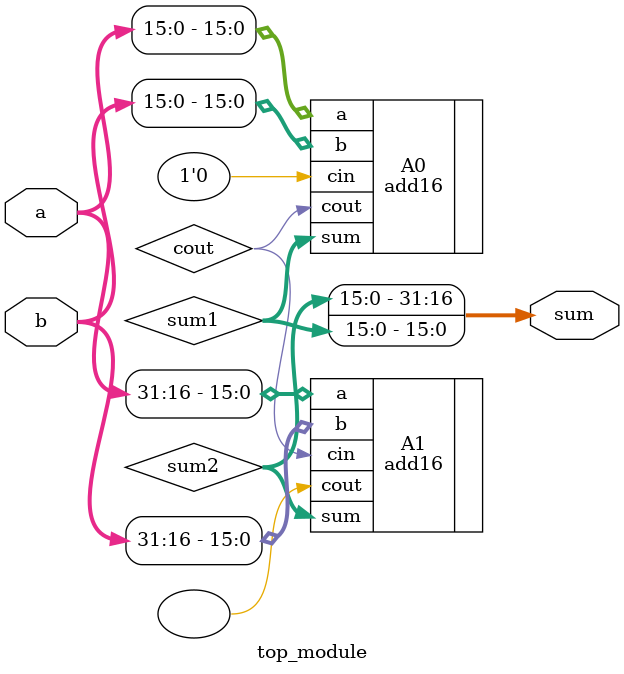
<source format=v>
module top_module(
    input [31:0] a,
    input [31:0] b,
    output [31:0] sum
);
    wire [15:0]sum1;
    wire [31:0]sum2;
    wire cout;
    assign sum = {sum2,sum1};
    add16 A0(.a(a[15:0]),.b(b[15:0]),.sum(sum1),.cin(1'b0),.cout(cout));
    add16 A1(.a(a[31:16]),.b(b[31:16]),.sum(sum2),.cin(cout),.cout());
endmodule

</source>
